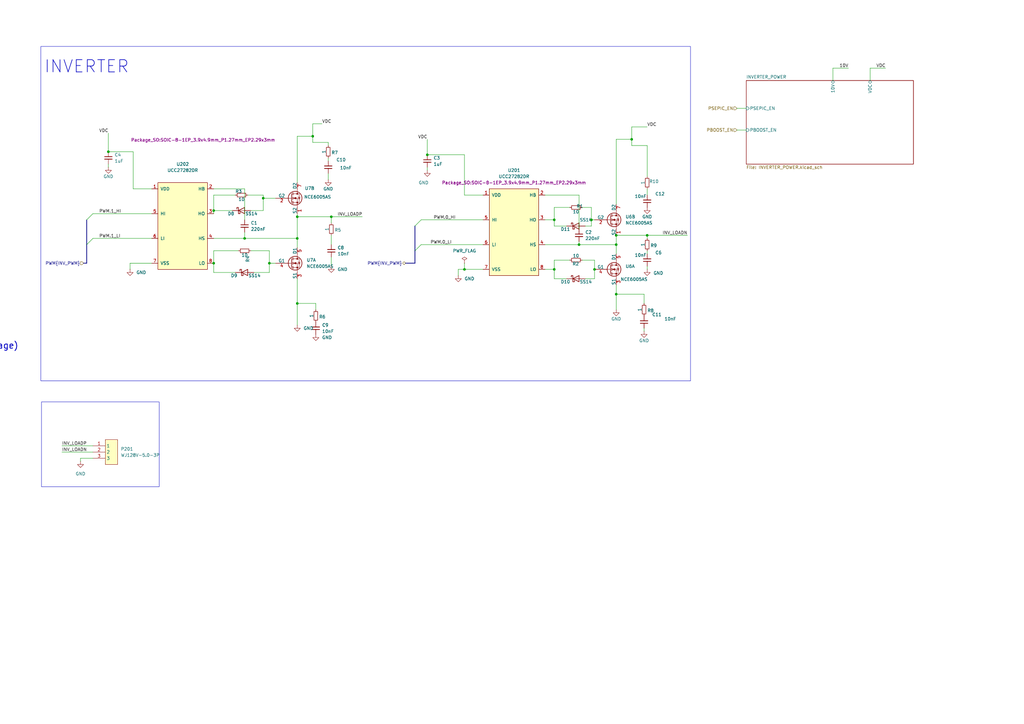
<source format=kicad_sch>
(kicad_sch (version 20250114) (generator "eeschema") (generator_version "9.0")
  (paper "A3")
  (lib_symbols
    (symbol "Device:C_Small" (pin_numbers (hide yes)) (pin_names (offset 0.254) (hide yes))
      (property "Reference" "C" (at 0.254 1.778 0))
      (property "Value" "C_Small" (at 0.254 -2.032 0))
      (symbol "C_Small_0_1"
        (polyline (pts (xy -1.524 0.508) (xy 1.524 0.508)) (stroke (width 0.3048)))
        (polyline (pts (xy -1.524 -0.508) (xy 1.524 -0.508)) (stroke (width 0.3302)))
      )
      (symbol "C_Small_1_1"
        (pin passive line (at 0 2.54 270) (length 2.032) (name "~") (number "1"))
        (pin passive line (at 0 -2.54 90) (length 2.032) (name "~") (number "2"))
      )
    )
    (symbol "Device:R_Small" (pin_numbers (hide yes)) (pin_names (offset 0.254) (hide yes))
      (property "Reference" "R" (at 0 0 90))
      (property "Value" "R_Small" (at 1.778 0 90))
      (symbol "R_Small_0_1"
        (rectangle (start -0.762 1.778) (end 0.762 -1.778) (stroke (width 0.2032)))
      )
      (symbol "R_Small_1_1"
        (pin passive line (at 0 2.54 270) (length 0.762) (name "~") (number "1"))
        (pin passive line (at 0 -2.54 90) (length 0.762) (name "~") (number "2"))
      )
    )
    (symbol "Diode:SS14" (pin_numbers (hide yes)) (pin_names (offset 1.016) (hide yes))
      (property "Reference" "D" (at 0 2.54 0))
      (property "Value" "SS14" (at 0 -2.54 0))
      (symbol "SS14_0_1"
        (polyline (pts (xy -1.905 0.635) (xy -1.905 1.27) (xy -1.27 1.27) (xy -1.27 -1.27) (xy -0.635 -1.27) (xy -0.635 -0.635)) (stroke (width 0.254)))
        (polyline (pts (xy 1.27 1.27) (xy 1.27 -1.27) (xy -1.27 0) (xy 1.27 1.27)) (stroke (width 0.254)))
        (polyline (pts (xy 1.27 0) (xy -1.27 0)))
      )
      (symbol "SS14_1_1"
        (pin passive line (at -3.81 0 0) (length 2.54) (name "K") (number "1"))
        (pin passive line (at 3.81 0 180) (length 2.54) (name "A") (number "2"))
      )
    )
    (symbol "custom_mosfet:NCE6005AS" (pin_names (offset 0))
      (property "Reference" "U" (at 3.81 0 0))
      (property "Value" "NCE6005AS" (at 7.62 -2.54 0))
      (symbol "NCE6005AS_1_1"
        (polyline (pts (xy -3.81 0) (xy -2.286 0)))
        (polyline (pts (xy -2.286 1.905) (xy -2.286 -1.905) (xy -2.286 -1.905)) (stroke (width 0.254)))
        (polyline (pts (xy -1.778 2.286) (xy -1.778 1.27)) (stroke (width 0.254)))
        (polyline (pts (xy -1.778 1.778) (xy 0 1.778)))
        (polyline (pts (xy -1.778 0.508) (xy -1.778 -0.508)) (stroke (width 0.254)))
        (polyline (pts (xy -1.778 0) (xy 0 0)))
        (polyline (pts (xy -1.778 -1.27) (xy -1.778 -2.286)) (stroke (width 0.254)))
        (polyline (pts (xy -1.778 -1.778) (xy 0 -1.778)))
        (polyline (pts (xy -1.524 0) (xy -0.508 0.381) (xy -0.508 -0.381) (xy -1.524 0)) (fill (type outline)))
        (circle (center -0.889 0) (radius 2.8194) (stroke (width 0.254)))
        (polyline (pts (xy 0 3.81) (xy 0 1.778)))
        (circle (center 0 1.778) (radius 0.2794) (fill (type outline)))
        (polyline (pts (xy 0 -1.778) (xy 0 0)))
        (polyline (pts (xy 0 -1.778) (xy 0 -3.81)))
        (polyline (pts (xy 0 -1.778) (xy 0.762 -1.778) (xy 0.762 1.778) (xy 0 1.778)))
        (circle (center 0 -1.778) (radius 0.2794) (fill (type outline)))
        (polyline (pts (xy 0.254 0.508) (xy 0.381 0.381) (xy 1.143 0.381) (xy 1.27 0.254)))
        (polyline (pts (xy 0.762 0.381) (xy 0.381 -0.254) (xy 1.143 -0.254) (xy 0.762 0.381)))
        (pin input line (at -8.89 0 0) (length 5.08) (name "G1") (number "4"))
        (pin passive line (at 0 6.35 270) (length 2.54) (name "D1") (number "5"))
        (pin passive line (at 0 6.35 270) (length 2.54) (hide yes) (name "D1") (number "6"))
        (pin passive line (at 0 -6.35 90) (length 2.54) (name "S1") (number "3"))
      )
      (symbol "NCE6005AS_2_1"
        (polyline (pts (xy -3.81 0) (xy -2.286 0)))
        (polyline (pts (xy -2.286 1.905) (xy -2.286 -1.905) (xy -2.286 -1.905)) (stroke (width 0.254)))
        (polyline (pts (xy -1.778 2.286) (xy -1.778 1.27)) (stroke (width 0.254)))
        (polyline (pts (xy -1.778 1.778) (xy 0 1.778)))
        (polyline (pts (xy -1.778 0.508) (xy -1.778 -0.508)) (stroke (width 0.254)))
        (polyline (pts (xy -1.778 0) (xy 0 0)))
        (polyline (pts (xy -1.778 -1.27) (xy -1.778 -2.286)) (stroke (width 0.254)))
        (polyline (pts (xy -1.778 -1.778) (xy 0 -1.778)))
        (polyline (pts (xy -1.524 0) (xy -0.508 0.381) (xy -0.508 -0.381) (xy -1.524 0)) (fill (type outline)))
        (circle (center -0.889 0) (radius 2.8194) (stroke (width 0.254)))
        (polyline (pts (xy 0 3.81) (xy 0 1.778)))
        (circle (center 0 1.778) (radius 0.2794) (fill (type outline)))
        (polyline (pts (xy 0 -1.778) (xy 0 0)))
        (polyline (pts (xy 0 -1.778) (xy 0 -3.81)))
        (polyline (pts (xy 0 -1.778) (xy 0.762 -1.778) (xy 0.762 1.778) (xy 0 1.778)))
        (circle (center 0 -1.778) (radius 0.2794) (fill (type outline)))
        (polyline (pts (xy 0.254 0.508) (xy 0.381 0.381) (xy 1.143 0.381) (xy 1.27 0.254)))
        (polyline (pts (xy 0.762 0.381) (xy 0.381 -0.254) (xy 1.143 -0.254) (xy 0.762 0.381)))
        (pin input line (at -8.89 0 0) (length 5.08) (name "G2") (number "2"))
        (pin passive line (at 0 6.35 270) (length 2.54) (name "D2") (number "7"))
        (pin passive line (at 0 6.35 270) (length 2.54) (hide yes) (name "D2") (number "8"))
        (pin passive line (at 0 -6.35 90) (length 2.54) (name "S2") (number "1"))
      )
    )
    (symbol "iw-connector:WJ128V-5.0-3P"
      (property "Reference" "P" (at 0 0 0))
      (property "Value" "WJ128V-5.0-3P" (at 0 -10.16 0))
      (symbol "WJ128V-5.0-3P_0_1"
        (rectangle (start -5.08 5.08) (end 5.08 0) (fill (type background)))
      )
      (symbol "WJ128V-5.0-3P_1_1"
        (pin passive line (at -2.54 -5.08 90) (length 5.08) (name "1") (number "1"))
        (pin passive line (at 0 -5.08 90) (length 5.08) (name "2") (number "2"))
        (pin passive line (at 2.54 -5.08 90) (length 5.08) (name "3") (number "3"))
      )
    )
    (symbol "iw-power:UCC27282DR" (pin_names (offset 1.016))
      (property "Reference" "U3" (at 0 22.86 0))
      (property "Value" "UCC27282DR" (at 0 20.32 0))
      (property "Footprint" "Package_SO:SOIC-8-1EP_3.9x4.9mm_P1.27mm_EP2.29x3mm" (at 13.97 29.464 0))
      (symbol "UCC27282DR_0_1"
        (rectangle (start -10.16 17.78) (end 10.16 -17.78) (stroke (width 0.2032)) (fill (type background)))
      )
      (symbol "UCC27282DR_1_1"
        (pin power_in line (at -12.7 15.24 0) (length 2.54) (name "VDD") (number "1"))
        (pin input line (at -12.7 5.08 0) (length 2.54) (name "HI") (number "5"))
        (pin input line (at -12.7 -5.08 0) (length 2.54) (name "LI") (number "6"))
        (pin power_in line (at -12.7 -15.24 0) (length 2.54) (name "VSS") (number "7"))
        (pin passive line (at 12.7 15.24 180) (length 2.54) (name "HB") (number "2"))
        (pin output line (at 12.7 5.08 180) (length 2.54) (name "HO") (number "3"))
        (pin output line (at 12.7 -5.08 180) (length 2.54) (name "HS") (number "4"))
        (pin output line (at 12.7 -15.24 180) (length 2.54) (name "LO") (number "8"))
      )
    )
    (symbol "power:GND" (power) (pin_numbers (hide yes)) (pin_names (offset 0) (hide yes))
      (property "Value" "GND" (at 0 -3.81 0))
      (symbol "GND_0_1"
        (polyline (pts (xy 0 0) (xy 0 -1.27) (xy 1.27 -1.27) (xy 0 -2.54) (xy -1.27 -1.27) (xy 0 -1.27)))
      )
      (symbol "GND_1_1"
        (pin power_in line (at 0 0 270) (length 0) (name "~") (number "1"))
      )
    )
    (symbol "power:PWR_FLAG" (power) (pin_numbers (hide yes)) (pin_names (offset 0) (hide yes))
      (property "Value" "PWR_FLAG" (at 0 3.81 0))
      (symbol "PWR_FLAG_0_0"
        (pin power_out line (at 0 0 90) (length 0) (name "~") (number "1"))
      )
      (symbol "PWR_FLAG_0_1"
        (polyline (pts (xy 0 0) (xy 0 1.27) (xy -1.016 1.905) (xy 0 2.54) (xy 1.016 1.905) (xy 0 1.27)))
      )
    )
  )
  (rectangle (start 17.018 164.846) (end 65.278 199.644))
  (rectangle (start 16.764 19.05) (end 283.21 156.21))
  (text "INVERTER" (at 35.56 27.432 0) (effects (font (size 5 5) (thickness 0.254) (bold yes))))
  (text "Notes:\n- Make sure to correctly connect the bootstrap circuit (Hs to phase voltage)\n- Make sure to connect all 4 PWM inputs to different PWM drivers\n	=> ENSURE DEAD TIME WHEN DRIVING\n\nFET-DRIVER: Can take up to 100 V\nFETs: can take a Vds of up to 100 V\nCAPs: can take voltages up to 50 V\nRs: voltages up to 75 V" (at -144.78 154.178 0) (effects (font (size 2.54 2.54) (thickness 0.3175)) (justify left)))
  (junction (at 227.33 90.17))
  (junction (at 265.43 96.52))
  (junction (at 259.08 57.15))
  (junction (at 87.63 86.36))
  (junction (at 252.73 120.65))
  (junction (at 100.33 97.79))
  (junction (at 190.5 110.49))
  (junction (at 243.84 110.49))
  (junction (at 107.95 81.28))
  (junction (at 44.45 62.23))
  (junction (at 237.49 100.33))
  (junction (at 110.49 107.95))
  (junction (at 121.92 97.79))
  (junction (at 175.26 63.5))
  (junction (at 227.33 110.49))
  (junction (at 252.73 96.52))
  (junction (at 121.92 88.9))
  (junction (at 252.73 100.33))
  (junction (at 128.27 55.88))
  (junction (at 242.57 90.17))
  (junction (at 135.89 88.9))
  (junction (at 121.92 124.46))
  (junction (at 87.63 107.95))
  (bus_entry (at 38.1 87.63) (size -2.54 2.54))
  (bus_entry (at 172.72 100.33) (size -2.54 2.54))
  (bus_entry (at 170.18 92.71) (size 2.54 -2.54))
  (bus_entry (at 38.1 97.79) (size -2.54 2.54))
  (wire (pts (xy 252.73 57.15) (xy 252.73 83.82)))
  (wire (pts (xy 121.92 88.9) (xy 135.89 88.9)))
  (wire (pts (xy 265.43 72.39) (xy 265.43 59.69)))
  (wire (pts (xy 243.84 106.68) (xy 243.84 110.49)))
  (wire (pts (xy 172.72 100.33) (xy 198.12 100.33)))
  (wire (pts (xy 223.52 90.17) (xy 227.33 90.17)))
  (wire (pts (xy 252.73 96.52) (xy 265.43 96.52)))
  (wire (pts (xy 259.08 52.07) (xy 265.43 52.07)))
  (wire (pts (xy 121.92 114.3) (xy 121.92 124.46)))
  (wire (pts (xy 175.26 57.15) (xy 175.26 63.5)))
  (wire (pts (xy 302.26 44.45) (xy 306.07 44.45)))
  (wire (pts (xy 227.33 92.71) (xy 232.41 92.71)))
  (wire (pts (xy 227.33 106.68) (xy 227.33 110.49)))
  (wire (pts (xy 44.45 54.61) (xy 44.45 62.23)))
  (wire (pts (xy 62.23 107.95) (xy 53.34 107.95)))
  (wire (pts (xy 227.33 92.71) (xy 227.33 90.17)))
  (wire (pts (xy 172.72 90.17) (xy 198.12 90.17)))
  (wire (pts (xy 242.57 92.71) (xy 240.03 92.71)))
  (bus (pts (xy 170.18 107.95) (xy 170.18 102.87)))
  (wire (pts (xy 264.16 120.65) (xy 264.16 124.46)))
  (wire (pts (xy 121.92 55.88) (xy 121.92 74.93)))
  (wire (pts (xy 128.27 55.88) (xy 128.27 58.42)))
  (wire (pts (xy 252.73 116.84) (xy 252.73 120.65)))
  (wire (pts (xy 252.73 120.65) (xy 264.16 120.65)))
  (wire (pts (xy 38.1 97.79) (xy 62.23 97.79)))
  (wire (pts (xy 102.87 102.87) (xy 110.49 102.87)))
  (wire (pts (xy 128.27 58.42) (xy 134.62 58.42)))
  (wire (pts (xy 252.73 100.33) (xy 252.73 104.14)))
  (wire (pts (xy 237.49 99.06) (xy 237.49 100.33)))
  (wire (pts (xy 25.4 182.88) (xy 38.1 182.88)))
  (wire (pts (xy 252.73 96.52) (xy 252.73 100.33)))
  (wire (pts (xy 107.95 80.01) (xy 107.95 81.28)))
  (wire (pts (xy 259.08 52.07) (xy 259.08 57.15)))
  (wire (pts (xy 135.89 100.33) (xy 135.89 96.52)))
  (wire (pts (xy 265.43 110.49) (xy 265.43 109.22)))
  (wire (pts (xy 53.34 107.95) (xy 53.34 110.49)))
  (wire (pts (xy 25.4 185.42) (xy 38.1 185.42)))
  (wire (pts (xy 100.33 77.47) (xy 100.33 90.17)))
  (wire (pts (xy 265.43 96.52) (xy 265.43 97.79)))
  (wire (pts (xy 190.5 63.5) (xy 190.5 80.01)))
  (bus (pts (xy 166.37 107.95) (xy 170.18 107.95)))
  (wire (pts (xy 190.5 107.95) (xy 190.5 110.49)))
  (wire (pts (xy 54.61 77.47) (xy 62.23 77.47)))
  (wire (pts (xy 102.87 86.36) (xy 107.95 86.36)))
  (wire (pts (xy 259.08 57.15) (xy 259.08 59.69)))
  (wire (pts (xy 187.96 113.03) (xy 187.96 110.49)))
  (wire (pts (xy 237.49 100.33) (xy 252.73 100.33)))
  (wire (pts (xy 104.14 111.76) (xy 110.49 111.76)))
  (wire (pts (xy 265.43 80.01) (xy 265.43 77.47)))
  (wire (pts (xy 121.92 87.63) (xy 121.92 88.9)))
  (wire (pts (xy 227.33 114.3) (xy 227.33 110.49)))
  (wire (pts (xy 134.62 73.66) (xy 134.62 71.12)))
  (bus (pts (xy 35.56 90.17) (xy 35.56 100.33)))
  (wire (pts (xy 87.63 111.76) (xy 87.63 107.95)))
  (wire (pts (xy 87.63 77.47) (xy 100.33 77.47)))
  (wire (pts (xy 242.57 90.17) (xy 243.84 90.17)))
  (wire (pts (xy 110.49 102.87) (xy 110.49 107.95)))
  (bus (pts (xy 35.56 100.33) (xy 35.56 107.95)))
  (wire (pts (xy 190.5 80.01) (xy 198.12 80.01)))
  (wire (pts (xy 121.92 124.46) (xy 121.92 133.35)))
  (wire (pts (xy 121.92 101.6) (xy 121.92 97.79)))
  (bus (pts (xy 170.18 102.87) (xy 170.18 92.71)))
  (wire (pts (xy 87.63 102.87) (xy 87.63 107.95)))
  (wire (pts (xy 107.95 81.28) (xy 107.95 86.36)))
  (wire (pts (xy 187.96 110.49) (xy 190.5 110.49)))
  (wire (pts (xy 175.26 63.5) (xy 190.5 63.5)))
  (wire (pts (xy 252.73 57.15) (xy 259.08 57.15)))
  (wire (pts (xy 135.89 109.22) (xy 135.89 105.41)))
  (wire (pts (xy 232.41 114.3) (xy 227.33 114.3)))
  (wire (pts (xy 259.08 59.69) (xy 265.43 59.69)))
  (wire (pts (xy 243.84 114.3) (xy 243.84 110.49)))
  (wire (pts (xy 363.22 27.94) (xy 356.87 27.94)))
  (wire (pts (xy 87.63 86.36) (xy 95.25 86.36)))
  (wire (pts (xy 44.45 68.58) (xy 44.45 67.31)))
  (wire (pts (xy 54.61 62.23) (xy 54.61 77.47)))
  (wire (pts (xy 128.27 50.8) (xy 128.27 55.88)))
  (wire (pts (xy 121.92 88.9) (xy 121.92 97.79)))
  (wire (pts (xy 100.33 97.79) (xy 121.92 97.79)))
  (wire (pts (xy 227.33 85.09) (xy 233.68 85.09)))
  (wire (pts (xy 223.52 80.01) (xy 237.49 80.01)))
  (wire (pts (xy 264.16 135.89) (xy 264.16 134.62)))
  (wire (pts (xy 341.63 27.94) (xy 341.63 33.02)))
  (wire (pts (xy 135.89 88.9) (xy 148.59 88.9)))
  (wire (pts (xy 302.26 53.34) (xy 306.07 53.34)))
  (wire (pts (xy 238.76 85.09) (xy 242.57 85.09)))
  (wire (pts (xy 87.63 86.36) (xy 87.63 87.63)))
  (wire (pts (xy 128.27 50.8) (xy 132.08 50.8)))
  (wire (pts (xy 33.02 189.23) (xy 33.02 187.96)))
  (wire (pts (xy 190.5 110.49) (xy 198.12 110.49)))
  (wire (pts (xy 227.33 90.17) (xy 227.33 85.09)))
  (wire (pts (xy 237.49 100.33) (xy 223.52 100.33)))
  (wire (pts (xy 33.02 187.96) (xy 38.1 187.96)))
  (wire (pts (xy 233.68 106.68) (xy 227.33 106.68)))
  (wire (pts (xy 341.63 27.94) (xy 347.98 27.94)))
  (wire (pts (xy 129.54 124.46) (xy 129.54 127)))
  (wire (pts (xy 252.73 120.65) (xy 252.73 127)))
  (wire (pts (xy 101.6 80.01) (xy 107.95 80.01)))
  (wire (pts (xy 38.1 87.63) (xy 62.23 87.63)))
  (wire (pts (xy 238.76 106.68) (xy 243.84 106.68)))
  (wire (pts (xy 100.33 95.25) (xy 100.33 97.79)))
  (wire (pts (xy 110.49 107.95) (xy 113.03 107.95)))
  (wire (pts (xy 134.62 66.04) (xy 134.62 64.77)))
  (wire (pts (xy 134.62 59.69) (xy 134.62 58.42)))
  (wire (pts (xy 107.95 81.28) (xy 113.03 81.28)))
  (wire (pts (xy 121.92 55.88) (xy 128.27 55.88)))
  (wire (pts (xy 44.45 62.23) (xy 54.61 62.23)))
  (wire (pts (xy 242.57 92.71) (xy 242.57 90.17)))
  (wire (pts (xy 356.87 27.94) (xy 356.87 33.02)))
  (wire (pts (xy 110.49 111.76) (xy 110.49 107.95)))
  (wire (pts (xy 87.63 102.87) (xy 97.79 102.87)))
  (wire (pts (xy 237.49 80.01) (xy 237.49 93.98)))
  (wire (pts (xy 87.63 80.01) (xy 87.63 86.36)))
  (wire (pts (xy 242.57 90.17) (xy 242.57 85.09)))
  (bus (pts (xy 34.29 107.95) (xy 35.56 107.95)))
  (wire (pts (xy 135.89 88.9) (xy 135.89 91.44)))
  (wire (pts (xy 175.26 68.58) (xy 175.26 69.85)))
  (wire (pts (xy 265.43 104.14) (xy 265.43 102.87)))
  (wire (pts (xy 100.33 97.79) (xy 87.63 97.79)))
  (wire (pts (xy 87.63 111.76) (xy 96.52 111.76)))
  (wire (pts (xy 227.33 110.49) (xy 223.52 110.49)))
  (wire (pts (xy 240.03 114.3) (xy 243.84 114.3)))
  (wire (pts (xy 265.43 96.52) (xy 281.94 96.52)))
  (wire (pts (xy 87.63 80.01) (xy 96.52 80.01)))
  (wire (pts (xy 121.92 124.46) (xy 129.54 124.46)))
  (label "INV_LOADN" (at 25.4 185.42 0))
  (label "INV_LOADN" (at 281.94 96.52 180))
  (label "INV_LOADP" (at 25.4 182.88 0))
  (label "10V" (at 347.98 27.94 180))
  (label "VDC" (at 265.43 52.07 0))
  (label "VDC" (at 132.08 50.8 0))
  (label "PWM.0_LI" (at 176.53 100.33 0))
  (label "VDC" (at 363.22 27.94 180))
  (label "PWM.1_HI" (at 40.64 87.63 0))
  (label "PWM.1_LI" (at 40.64 97.79 0))
  (label "PWM.0_HI" (at 177.8 90.17 0))
  (label "VDC" (at 44.45 54.61 180))
  (label "VDC" (at 175.26 57.15 180))
  (label "INV_LOADP" (at 148.59 88.9 180))
  (hierarchical_label "PWM{INV_PWM}" (shape input) (at 34.29 107.95 180))
  (hierarchical_label "PBOOST_EN" (shape input) (at 302.26 53.34 180))
  (hierarchical_label "PWM{INV_PWM}" (shape bidirectional) (at 166.37 107.95 180))
  (hierarchical_label "PSEPIC_EN" (shape input) (at 302.26 44.45 180))
  (symbol (lib_id "Device:C_Small") (at 44.45 64.77 0) (unit 1)
    (property "Reference" "C4" (at 46.99 63.5062 0) (effects (justify left)))
    (property "Value" "1uF" (at 46.99 66.0462 0) (effects (justify left)))
    (property "Footprint" "Capacitor_SMD:C_0805_2012Metric" (effects (hide yes)))
    (property "Description" "Unpolarized capacitor, small symbol" (effects (hide yes)))
    (property "Manufacturing Part Number" "CL21B105KBFNNNE" (effects (hide yes)))
    (property "LCSC Part Number" "C28323" (effects (hide yes)))
  )
  (symbol (lib_id "Device:R_Small") (at 135.89 93.98 180) (unit 1)
    (property "Reference" "R5" (at 138.557 94.361 0))
    (property "Value" "1" (at 134.112 93.98 90))
    (property "Footprint" "Capacitor_SMD:C_0603_1608Metric" (effects (hide yes)))
    (property "Description" "Resistor, small symbol" (effects (hide yes)))
    (property "LCSC Part Number" "C22936" (effects (hide yes)))
    (property "Manufacturing Part Number" "0603WAF100KT5E" (effects (hide yes)))
  )
  (symbol (lib_id "Device:R_Small") (at 100.33 102.87 270) (unit 1)
    (property "Reference" "R4" (at 101.6 104.902 0) (effects (justify left)))
    (property "Value" "10" (at 100.33 104.648 90))
    (property "Footprint" "Resistor_SMD:R_1206_3216Metric" (effects (hide yes)))
    (property "Description" "Resistor, small symbol" (effects (hide yes)))
    (property "LCSC Part Number" "C17903" (effects (hide yes)))
    (property "Manufacturing Part Number" "1206W4F100JT5E" (effects (hide yes)))
  )
  (symbol (lib_id "Device:R_Small") (at 134.62 62.23 180) (unit 1)
    (property "Reference" "R7" (at 137.287 62.611 0))
    (property "Value" "1" (at 132.842 62.23 90))
    (property "Footprint" "Capacitor_SMD:C_0603_1608Metric" (effects (hide yes)))
    (property "Description" "Resistor, small symbol" (effects (hide yes)))
    (property "LCSC Part Number" "C22936" (effects (hide yes)))
    (property "Manufacturing Part Number" "0603WAF100KT5E" (effects (hide yes)))
  )
  (symbol (lib_id "power:GND") (at 135.89 109.22 0) (unit 1)
    (property "Reference" "#PWR011" (effects (hide yes)))
    (property "Value" "GND" (at 138.43 110.4899 0) (effects (justify left)))
    (property "Description" "Power symbol creates a global label with name \"GND\" , ground" (effects (hide yes)))
  )
  (symbol (lib_id "power:GND") (at 252.73 127 0) (unit 1)
    (property "Reference" "#PWR09" (effects (hide yes)))
    (property "Value" "GND" (at 252.73 130.81 0))
    (property "Description" "Power symbol creates a global label with name \"GND\" , ground" (effects (hide yes)))
  )
  (symbol (lib_id "Diode:SS14") (at 100.33 111.76 0) (unit 1)
    (property "Reference" "D9" (at 96.012 113.03 0))
    (property "Value" "SS14" (at 104.394 113.03 0))
    (property "Footprint" "Diode_SMD:D_SMA" (effects (hide yes)))
    (property "Datasheet" "https://www.vishay.com/docs/88746/ss12.pdf" (effects (hide yes)))
    (property "Description" "40V 1A Schottky Diode, SMA" (effects (hide yes)))
    (property "LPN" "C2480" (effects (hide yes)))
    (property "MPN" "SS14" (effects (hide yes)))
  )
  (symbol (lib_id "Device:R_Small") (at 265.43 100.33 180) (unit 1)
    (property "Reference" "R9" (at 268.097 100.711 0))
    (property "Value" "1" (at 263.652 100.33 90))
    (property "Footprint" "Capacitor_SMD:C_0603_1608Metric" (effects (hide yes)))
    (property "Description" "Resistor, small symbol" (effects (hide yes)))
    (property "LCSC Part Number" "C22936" (effects (hide yes)))
    (property "Manufacturing Part Number" "0603WAF100KT5E" (effects (hide yes)))
  )
  (symbol (lib_id "power:GND") (at 129.54 137.16 0) (unit 1)
    (property "Reference" "#PWR012" (effects (hide yes)))
    (property "Value" "GND" (at 132.08 138.4299 0) (effects (justify left)))
    (property "Description" "Power symbol creates a global label with name \"GND\" , ground" (effects (hide yes)))
  )
  (symbol (lib_id "iw-power:UCC27282DR") (at 74.93 92.71 0) (unit 1)
    (property "Reference" "U202" (at 74.93 67.31 0))
    (property "Value" "UCC27282DR" (at 74.93 69.85 0))
    (property "Footprint" "Package_SO:SOIC-8-1EP_3.9x4.9mm_P1.27mm_EP2.29x3mm" (at 83.312 57.404 0))
    (property "Datasheet" "https://www.ti.com/lit/ds/symlink/ucc27282.pdf?ts=1746889589197&ref_url=https%253A%252F%252Fwww.ti.com%252Fproduct%252Fde-de%252FUCC27282" (effects (hide yes)))
    (property "LCSC Part Number" "C2867844" (effects (hide yes)))
    (property "MPN" "UCC27282DR" (effects (hide yes)))
  )
  (symbol (lib_id "Device:C_Small") (at 135.89 102.87 180) (unit 1)
    (property "Reference" "C8" (at 138.43 101.5935 0) (effects (justify right)))
    (property "Value" "10nF" (at 138.43 104.1335 0) (effects (justify right)))
    (property "Footprint" "Capacitor_SMD:C_0402_1005Metric" (effects (hide yes)))
    (property "Description" "Unpolarized capacitor, small symbol" (effects (hide yes)))
    (property "LCSC Part Number" "C15195" (effects (hide yes)))
  )
  (symbol (lib_id "Device:R_Small") (at 264.16 127 180) (unit 1)
    (property "Reference" "R8" (at 266.827 127.381 0))
    (property "Value" "1" (at 262.382 127 90))
    (property "Footprint" "Capacitor_SMD:C_0603_1608Metric" (effects (hide yes)))
    (property "Description" "Resistor, small symbol" (effects (hide yes)))
    (property "LCSC Part Number" "C22936" (effects (hide yes)))
    (property "Manufacturing Part Number" "0603WAF100KT5E" (effects (hide yes)))
  )
  (symbol (lib_id "Device:R_Small") (at 236.22 106.68 90) (unit 1)
    (property "Reference" "R2" (at 237.49 108.204 90) (effects (justify left)))
    (property "Value" "10" (at 236.22 104.902 90))
    (property "Footprint" "Resistor_SMD:R_1206_3216Metric" (effects (hide yes)))
    (property "Description" "Resistor, small symbol" (effects (hide yes)))
    (property "LCSC Part Number" "C17903" (effects (hide yes)))
    (property "Manufacturing Part Number" "1206W4F100JT5E" (effects (hide yes)))
  )
  (symbol (lib_id "power:GND") (at 175.26 69.85 0) (unit 1)
    (property "Reference" "#PWR06" (effects (hide yes)))
    (property "Value" "GND" (at 173.736 74.93 0))
    (property "Description" "Power symbol creates a global label with name \"GND\" , ground" (effects (hide yes)))
  )
  (symbol (lib_id "Device:C_Small") (at 134.62 68.58 180) (unit 1)
    (property "Reference" "C10" (at 137.922 65.532 0) (effects (justify right)))
    (property "Value" "10nF" (at 144.272 68.834 0) (effects (justify left)))
    (property "Footprint" "Capacitor_SMD:C_0402_1005Metric" (effects (hide yes)))
    (property "Description" "Unpolarized capacitor, small symbol" (effects (hide yes)))
    (property "LCSC Part Number" "C15195" (effects (hide yes)))
    (property "Manufacturing Part Number" "CL05B103KB5NNNC" (effects (hide yes)))
  )
  (symbol (lib_id "power:GND") (at 33.02 189.23 0) (unit 1)
    (property "Reference" "#PWR0201" (effects (hide yes)))
    (property "Value" "GND" (at 33.02 194.31 0))
    (property "Description" "Power symbol creates a global label with name \"GND\" , ground" (effects (hide yes)))
  )
  (symbol (lib_id "custom_mosfet:NCE6005AS") (at 252.73 90.17 0) (unit 2)
    (property "Reference" "U6" (at 256.54 88.8999 0) (effects (justify left)))
    (property "Value" "NCE6005AS" (at 256.54 91.4399 0) (effects (justify left)))
    (property "Footprint" "Package_SO:SOIC-8_3.9x4.9mm_P1.27mm" (effects (hide yes)))
    (property "Datasheet" "https://jlcpcb.com/api/file/downloadByFileSystemAccessId/8588881119395647488" (effects (hide yes)))
    (property "Description" "Dual N-channel Power MOSFET." (effects (hide yes)))
    (property "MPN" "NCE6005AS" (effects (hide yes)))
    (property "LPN" "C126151" (effects (hide yes)))
  )
  (symbol (lib_id "power:GND") (at 264.16 135.89 0) (unit 1)
    (property "Reference" "#PWR015" (effects (hide yes)))
    (property "Value" "GND" (at 264.16 139.7 0))
    (property "Description" "Power symbol creates a global label with name \"GND\" , ground" (effects (hide yes)))
  )
  (symbol (lib_id "power:GND") (at 44.45 68.58 0) (unit 1)
    (property "Reference" "#PWR05" (effects (hide yes)))
    (property "Value" "GND" (at 44.45 72.39 0))
    (property "Description" "Power symbol creates a global label with name \"GND\" , ground" (effects (hide yes)))
  )
  (symbol (lib_id "Device:R_Small") (at 265.43 74.93 180) (unit 1)
    (property "Reference" "R10" (at 268.224 74.422 0))
    (property "Value" "1" (at 263.652 74.93 90))
    (property "Footprint" "Capacitor_SMD:C_0603_1608Metric" (effects (hide yes)))
    (property "Description" "Resistor, small symbol" (effects (hide yes)))
    (property "LCSC Part Number" "C22936" (effects (hide yes)))
    (property "Manufacturing Part Number" "0603WAF100KT5E" (effects (hide yes)))
  )
  (symbol (lib_id "power:GND") (at 134.62 73.66 0) (unit 1)
    (property "Reference" "#PWR013" (effects (hide yes)))
    (property "Value" "GND" (at 134.62 77.47 0))
    (property "Description" "Power symbol creates a global label with name \"GND\" , ground" (effects (hide yes)))
  )
  (symbol (lib_id "power:GND") (at 265.43 85.09 0) (unit 1)
    (property "Reference" "#PWR017" (effects (hide yes)))
    (property "Value" "GND" (at 265.43 88.9 0))
    (property "Description" "Power symbol creates a global label with name \"GND\" , ground" (effects (hide yes)))
  )
  (symbol (lib_id "Diode:SS14") (at 236.22 92.71 0) (unit 1)
    (property "Reference" "D11" (at 231.902 93.98 0))
    (property "Value" "SS14" (at 240.284 90.17 0))
    (property "Footprint" "Diode_SMD:D_SMA" (effects (hide yes)))
    (property "Datasheet" "https://www.vishay.com/docs/88746/ss12.pdf" (effects (hide yes)))
    (property "Description" "40V 1A Schottky Diode, SMA" (effects (hide yes)))
    (property "LPN" "C2480" (effects (hide yes)))
    (property "MPN" "SS14" (effects (hide yes)))
  )
  (symbol (lib_id "custom_mosfet:NCE6005AS") (at 121.92 81.28 0) (unit 2)
    (property "Reference" "U7" (at 124.968 77.216 0) (effects (justify left)))
    (property "Value" "NCE6005AS" (at 124.714 80.772 0) (effects (justify left)))
    (property "Description" "Dual N-channel Power MOSFET." (effects (hide yes)))
    (property "MPN" "NCE6005AS" (effects (hide yes)))
  )
  (symbol (lib_id "Device:R_Small") (at 129.54 129.54 180) (unit 1)
    (property "Reference" "R6" (at 132.207 129.921 0))
    (property "Value" "1" (at 127.762 129.54 90))
    (property "Footprint" "Capacitor_SMD:C_0603_1608Metric" (effects (hide yes)))
    (property "Description" "Resistor, small symbol" (effects (hide yes)))
    (property "LCSC Part Number" "C22936" (effects (hide yes)))
    (property "Manufacturing Part Number" "0603WAF100KT5E" (effects (hide yes)))
  )
  (symbol (lib_id "iw-connector:WJ128V-5.0-3P") (at 43.18 185.42 270) (unit 1)
    (property "Reference" "P201" (at 49.53 184.1499 90) (effects (justify left)))
    (property "Value" "WJ128V-5.0-3P" (at 49.53 186.6899 90) (effects (justify left)))
    (property "Footprint" "iw-connector:WJ128V-5.0-3P" (effects (hide yes)))
    (property "Datasheet" "https://lcsc.com/product-detail/Terminal-Blocks_WJ128V-5-0-3P_C8270.html" (effects (hide yes)))
    (property "LPN" "C8270" (effects (hide yes)))
    (property "MPN" "WJ128V-5.0-3P " (effects (hide yes)))
  )
  (symbol (lib_id "Diode:SS14") (at 99.06 86.36 0) (unit 1)
    (property "Reference" "D8" (at 94.742 87.63 0))
    (property "Value" "SS14" (at 103.124 87.63 0))
    (property "Footprint" "Diode_SMD:D_SMA" (effects (hide yes)))
    (property "Datasheet" "https://www.vishay.com/docs/88746/ss12.pdf" (effects (hide yes)))
    (property "Description" "40V 1A Schottky Diode, SMA" (effects (hide yes)))
    (property "LPN" "C2480" (effects (hide yes)))
    (property "MPN" "SS14" (effects (hide yes)))
  )
  (symbol (lib_id "Device:C_Small") (at 265.43 82.55 180) (unit 1)
    (property "Reference" "C12" (at 268.732 79.502 0) (effects (justify right)))
    (property "Value" "10nF" (at 265.176 80.518 0) (effects (justify left)))
    (property "Footprint" "Capacitor_SMD:C_0402_1005Metric" (effects (hide yes)))
    (property "Description" "Unpolarized capacitor, small symbol" (effects (hide yes)))
    (property "LCSC Part Number" "C15195" (effects (hide yes)))
    (property "Manufacturing Part Number" "CL05B103KB5NNNC" (effects (hide yes)))
  )
  (symbol (lib_id "power:GND") (at 53.34 110.49 0) (unit 1)
    (property "Reference" "#PWR04" (effects (hide yes)))
    (property "Value" "GND" (at 55.88 111.7599 0) (effects (justify left)))
    (property "Description" "Power symbol creates a global label with name \"GND\" , ground" (effects (hide yes)))
  )
  (symbol (lib_id "custom_mosfet:NCE6005AS") (at 121.92 107.95 0) (unit 1)
    (property "Reference" "U7" (at 125.73 106.6799 0) (effects (justify left)))
    (property "Value" "NCE6005AS" (at 125.73 109.2199 0) (effects (justify left)))
    (property "Description" "Dual N-channel Power MOSFET." (effects (hide yes)))
    (property "MPN" "NCE6005AS" (effects (hide yes)))
  )
  (symbol (lib_id "Device:C_Small") (at 237.49 96.52 0) (unit 1)
    (property "Reference" "C2" (at 240.03 95.2562 0) (effects (justify left)))
    (property "Value" "220nF" (at 240.03 97.7962 0) (effects (justify left)))
    (property "Footprint" "Capacitor_SMD:C_0805_2012Metric" (effects (hide yes)))
    (property "Description" "Unpolarized capacitor, small symbol" (effects (hide yes)))
    (property "LCSC Part Number" "C5378" (effects (hide yes)))
    (property "Manufacturing Part Number" "CL21B224KBFNNNE" (effects (hide yes)))
  )
  (symbol (lib_id "iw-power:UCC27282DR") (at 210.82 95.25 0) (unit 1)
    (property "Reference" "U201" (at 210.82 69.85 0))
    (property "Value" "UCC27282DR" (at 210.82 72.39 0))
    (property "Footprint" "Package_SO:SOIC-8-1EP_3.9x4.9mm_P1.27mm_EP2.29x3mm" (at 210.82 74.93 0))
    (property "Datasheet" "https://www.ti.com/lit/ds/symlink/ucc27282.pdf?ts=1746889589197&ref_url=https%253A%252F%252Fwww.ti.com%252Fproduct%252Fde-de%252FUCC27282" (effects (hide yes)))
    (property "LCSC Part Number" "C2867844" (effects (hide yes)))
    (property "MPN" "UCC27282DR" (effects (hide yes)))
  )
  (symbol (lib_id "Device:C_Small") (at 129.54 134.62 180) (unit 1)
    (property "Reference" "C9" (at 132.08 133.3435 0) (effects (justify right)))
    (property "Value" "10nF" (at 132.08 135.8835 0) (effects (justify right)))
    (property "Footprint" "Capacitor_SMD:C_0402_1005Metric" (effects (hide yes)))
    (property "Description" "Unpolarized capacitor, small symbol" (effects (hide yes)))
    (property "LCSC Part Number" "C15195" (effects (hide yes)))
  )
  (symbol (lib_id "Device:C_Small") (at 264.16 132.08 180) (unit 1)
    (property "Reference" "C11" (at 267.462 129.032 0) (effects (justify right)))
    (property "Value" "10nF" (at 277.368 130.81 0) (effects (justify left)))
    (property "Footprint" "Capacitor_SMD:C_0402_1005Metric" (effects (hide yes)))
    (property "Description" "Unpolarized capacitor, small symbol" (effects (hide yes)))
    (property "LCSC Part Number" "C15195" (effects (hide yes)))
  )
  (symbol (lib_id "Device:R_Small") (at 236.22 85.09 270) (unit 1)
    (property "Reference" "R1" (at 236.474 84.582 90) (effects (justify left)))
    (property "Value" "10" (at 236.22 86.868 90))
    (property "Footprint" "Resistor_SMD:R_1206_3216Metric" (effects (hide yes)))
    (property "Datasheet" "https://jlcpcb.com/api/file/downloadByFileSystemAccessId/8579705879345881088" (effects (hide yes)))
    (property "Description" "250mW" (effects (hide yes)))
    (property "LCSC Part Number" "C17903" (effects (hide yes)))
    (property "Manufacturing Part Number" "1206W4F100JT5E" (effects (hide yes)))
  )
  (symbol (lib_id "Device:R_Small") (at 99.06 80.01 270) (unit 1)
    (property "Reference" "R3" (at 96.52 78.486 90) (effects (justify left)))
    (property "Value" "10" (at 99.06 81.788 90))
    (property "Footprint" "Resistor_SMD:R_1206_3216Metric" (effects (hide yes)))
    (property "Description" "Resistor, small symbol" (effects (hide yes)))
    (property "LCSC Part Number" "C17903" (effects (hide yes)))
    (property "Manufacturing Part Number" "1206W4F100JT5E" (effects (hide yes)))
  )
  (symbol (lib_id "power:GND") (at 265.43 110.49 0) (unit 1)
    (property "Reference" "#PWR016" (effects (hide yes)))
    (property "Value" "GND" (at 270.002 112.014 0))
    (property "Description" "Power symbol creates a global label with name \"GND\" , ground" (effects (hide yes)))
  )
  (symbol (lib_id "Device:C_Small") (at 175.26 66.04 0) (unit 1)
    (property "Reference" "C3" (at 177.8 64.7762 0) (effects (justify left)))
    (property "Value" "1uF" (at 177.8 67.3162 0) (effects (justify left)))
    (property "Footprint" "Capacitor_SMD:C_0805_2012Metric" (effects (hide yes)))
    (property "Description" "Unpolarized capacitor, small symbol" (effects (hide yes)))
    (property "Manufacturing Part Number" "CL21B105KBFNNNE" (effects (hide yes)))
    (property "LCSC Part Number" "C28323" (effects (hide yes)))
  )
  (symbol (lib_id "power:PWR_FLAG") (at 190.5 107.95 0) (unit 1)
    (property "Reference" "#FLG0201" (effects (hide yes)))
    (property "Value" "PWR_FLAG" (at 190.5 102.87 0))
    (property "Description" "Special symbol for telling ERC where power comes from" (effects (hide yes)))
  )
  (symbol (lib_id "power:GND") (at 121.92 133.35 0) (unit 1)
    (property "Reference" "#PWR010" (effects (hide yes)))
    (property "Value" "GND" (at 124.46 134.6199 0) (effects (justify left)))
    (property "Description" "Power symbol creates a global label with name \"GND\" , ground" (effects (hide yes)))
  )
  (symbol (lib_id "Diode:SS14") (at 236.22 114.3 0) (unit 1)
    (property "Reference" "D10" (at 231.902 115.57 0))
    (property "Value" "SS14" (at 240.284 115.57 0))
    (property "Footprint" "Diode_SMD:D_SMA" (effects (hide yes)))
    (property "Datasheet" "https://www.vishay.com/docs/88746/ss12.pdf" (effects (hide yes)))
    (property "Description" "40V 1A Schottky Diode, SMA" (effects (hide yes)))
    (property "LPN" "C2480" (effects (hide yes)))
    (property "MPN" "SS14" (effects (hide yes)))
  )
  (symbol (lib_id "Device:C_Small") (at 100.33 92.71 0) (unit 1)
    (property "Reference" "C1" (at 102.87 91.4462 0) (effects (justify left)))
    (property "Value" "220nF" (at 102.87 93.9862 0) (effects (justify left)))
    (property "Footprint" "Capacitor_SMD:C_0805_2012Metric" (effects (hide yes)))
    (property "Description" "Unpolarized capacitor, small symbol" (effects (hide yes)))
    (property "LCSC Part Number" "C5378" (effects (hide yes)))
    (property "Manufacturing Part Number" "CL21B224KBFNNNE" (effects (hide yes)))
  )
  (symbol (lib_id "Device:C_Small") (at 265.43 106.68 180) (unit 1)
    (property "Reference" "C6" (at 268.732 103.632 0) (effects (justify right)))
    (property "Value" "10nF" (at 265.176 104.648 0) (effects (justify left)))
    (property "Footprint" "Capacitor_SMD:C_0402_1005Metric" (effects (hide yes)))
    (property "Description" "Unpolarized capacitor, small symbol" (effects (hide yes)))
    (property "LCSC Part Number" "C15195" (effects (hide yes)))
  )
  (symbol (lib_id "power:GND") (at 187.96 113.03 0) (unit 1)
    (property "Reference" "#PWR03" (effects (hide yes)))
    (property "Value" "GND" (at 190.5 114.2999 0) (effects (justify left)))
    (property "Description" "Power symbol creates a global label with name \"GND\" , ground" (effects (hide yes)))
  )
  (symbol (lib_id "custom_mosfet:NCE6005AS") (at 252.73 110.49 0) (unit 1)
    (property "Reference" "U6" (at 256.54 109.2199 0) (effects (justify left)))
    (property "Value" "NCE6005AS" (at 254.508 114.554 0) (effects (justify left)))
    (property "Footprint" "Package_SO:SOIC-8_3.9x4.9mm_P1.27mm" (effects (hide yes)))
    (property "Datasheet" "https://jlcpcb.com/api/file/downloadByFileSystemAccessId/8588881119395647488" (effects (hide yes)))
    (property "Description" "Dual N-channel Power MOSFET." (effects (hide yes)))
    (property "MPN" "NCE6005AS" (effects (hide yes)))
    (property "LPN" "C126151" (effects (hide yes)))
  )
  (sheet (at 306.07 33.02) (size 68.58 34.29) (stroke (width 0.1524))
    (property "Sheetname" "INVERTER_POWER" (at 306.07 32.3084 0) (effects (justify left bottom)))
    (property "Sheetfile" "INVERTER_POWER.kicad_sch" (at 306.07 67.8946 0) (effects (justify left top)))
    (pin "10V" bidirectional (at 341.63 33.02 90))
    (pin "VDC" bidirectional (at 356.87 33.02 90))
    (pin "PSEPIC_EN" input (at 306.07 44.45 180))
    (pin "PBOOST_EN" input (at 306.07 53.34 180))
  )
)
</source>
